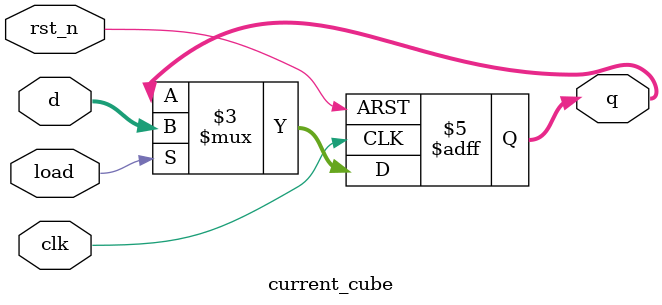
<source format=v>
module current_cube (
    input wire clk,
    input wire rst_n,
    input wire load,
    input wire [120 - 1:0] d,
    output reg [120 - 1:0] q
  );

  always @(posedge clk, negedge rst_n) begin
    if (!rst_n) q <= 0;
    else if (load) q <= d;
  end
  
endmodule
</source>
